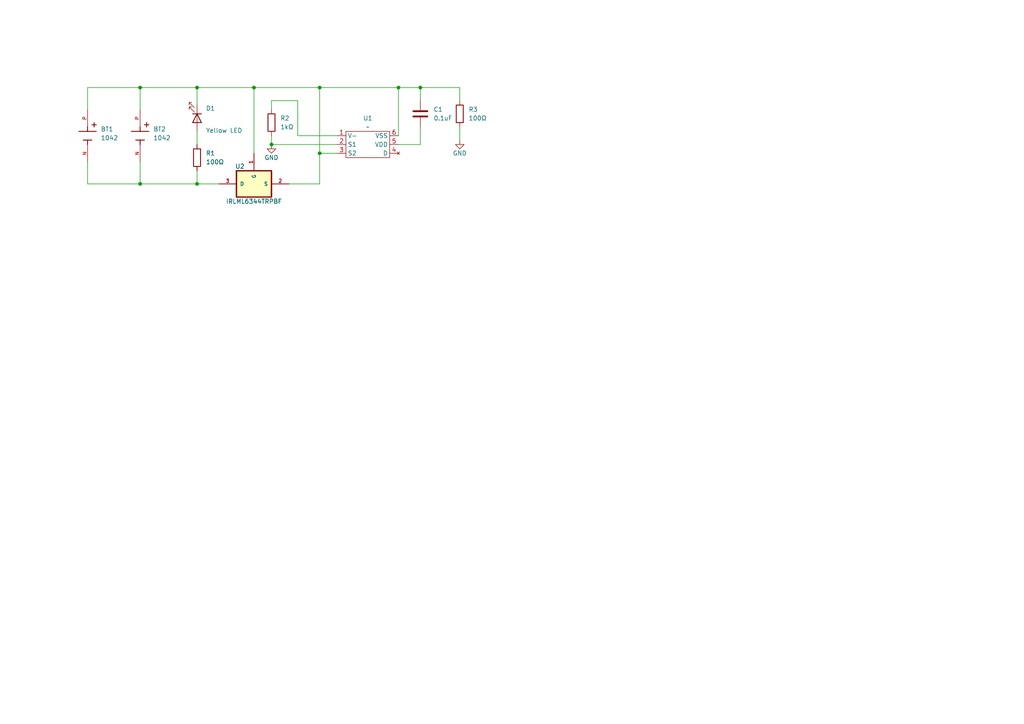
<source format=kicad_sch>
(kicad_sch (version 20231120) (generator "eeschema") (generator_version "8.0")
  (paper "A4")
  (lib_symbols
    (symbol "Battery_Holder_1:1042" (pin_names (offset 1.016))
      (property "Reference" "BT" (at -3.81 3.81 0))
      (property "Value" "1042" (at -3.81 -5.08 0))
      (symbol "1042_0_0"
        (polyline (pts (xy -3.81 1.905) (xy -2.54 1.905)) (stroke (width 0.254)))
        (polyline (pts (xy -3.175 2.54) (xy -3.175 1.27)) (stroke (width 0.254)))
        (polyline (pts (xy -1.27 0) (xy -2.54 0)) (stroke (width 0.254)))
        (polyline (pts (xy -1.27 0) (xy -1.27 -2.54)) (stroke (width 0.254)))
        (polyline (pts (xy -1.27 2.54) (xy -1.27 0)) (stroke (width 0.254)))
        (polyline (pts (xy 1.27 0) (xy 1.27 -1.27)) (stroke (width 0.254)))
        (polyline (pts (xy 1.27 0) (xy 2.54 0)) (stroke (width 0.254)))
        (polyline (pts (xy 1.27 1.27) (xy 1.27 0)) (stroke (width 0.254)))
        (pin passive line (at 7.62 0 180) (length 5.08) (name "~") (number "N"))
        (pin passive line (at -7.62 0 0) (length 5.08) (name "~") (number "P"))
      )
    )
    (symbol "DW06D:DW06D"
      (property "Reference" "U?" (at 0 4.826 0))
      (symbol "DW06D_0_1"
        (rectangle (start -6.35 3.81) (end 6.35 -3.81))
      )
      (symbol "DW06D_1_1"
        (pin passive line (at -8.89 2.54 0) (length 2.54) (name "V-") (number "1"))
        (pin passive line (at -8.89 0 0) (length 2.54) (name "S1") (number "2"))
        (pin passive line (at -8.89 -2.54 0) (length 2.54) (name "S2") (number "3"))
        (pin no_connect line (at 8.89 -2.54 180) (length 2.54) (name "D") (number "4"))
        (pin passive line (at 8.89 0 180) (length 2.54) (name "VDD") (number "5"))
        (pin passive line (at 8.89 2.54 180) (length 2.54) (name "VSS") (number "6"))
      )
    )
    (symbol "Device:C" (pin_numbers hide) (pin_names (offset 0.254))
      (property "Reference" "C" (at 0.635 2.54 0))
      (property "Value" "C" (at 0.635 -2.54 0))
      (symbol "C_0_1"
        (polyline (pts (xy -2.032 -0.762) (xy 2.032 -0.762)) (stroke (width 0.508)))
        (polyline (pts (xy -2.032 0.762) (xy 2.032 0.762)) (stroke (width 0.508)))
      )
      (symbol "C_1_1"
        (pin passive line (at 0 3.81 270) (length 2.794) (name "~") (number "1"))
        (pin passive line (at 0 -3.81 90) (length 2.794) (name "~") (number "2"))
      )
    )
    (symbol "Device:LED" (pin_numbers hide) (pin_names (offset 1.016) hide)
      (property "Reference" "D" (at 0 2.54 0))
      (property "Value" "LED" (at 0 -2.54 0))
      (symbol "LED_0_1"
        (polyline (pts (xy -1.27 -1.27) (xy -1.27 1.27)) (stroke (width 0.254)))
        (polyline (pts (xy -1.27 0) (xy 1.27 0)))
        (polyline (pts (xy 1.27 -1.27) (xy 1.27 1.27) (xy -1.27 0) (xy 1.27 -1.27)) (stroke (width 0.254)))
        (polyline (pts (xy -3.048 -0.762) (xy -4.572 -2.286) (xy -3.81 -2.286) (xy -4.572 -2.286) (xy -4.572 -1.524)))
        (polyline (pts (xy -1.778 -0.762) (xy -3.302 -2.286) (xy -2.54 -2.286) (xy -3.302 -2.286) (xy -3.302 -1.524)))
      )
      (symbol "LED_1_1"
        (pin passive line (at -3.81 0 0) (length 2.54) (name "K") (number "1"))
        (pin passive line (at 3.81 0 180) (length 2.54) (name "A") (number "2"))
      )
    )
    (symbol "Device:R" (pin_numbers hide) (pin_names (offset 0))
      (property "Reference" "R" (at 2.032 0 90))
      (property "Value" "R" (at 0 0 90))
      (symbol "R_0_1"
        (rectangle (start -1.016 -2.54) (end 1.016 2.54) (stroke (width 0.254)))
      )
      (symbol "R_1_1"
        (pin passive line (at 0 3.81 270) (length 1.27) (name "~") (number "1"))
        (pin passive line (at 0 -3.81 90) (length 1.27) (name "~") (number "2"))
      )
    )
    (symbol "IRLML6344TRPBF:IRLML6344TRPBF" (pin_names (offset 1.016))
      (property "Reference" "U2" (at -4.064 5.08 0))
      (property "Value" "IRLML6344TRPBF" (at 0 -5.08 0))
      (symbol "IRLML6344TRPBF_0_0"
        (rectangle (start -5.08 3.81) (end 5.08 -3.81) (stroke (width 0.4064)) (fill (type background)))
        (pin input line (at 0 8.89 270) (length 5.08) (name "G") (number "1"))
        (pin passive line (at 10.16 0 180) (length 5.08) (name "S") (number "2"))
        (pin output line (at -10.16 0 0) (length 5.08) (name "D") (number "3"))
      )
    )
    (symbol "power:GND" (power) (pin_numbers hide) (pin_names (offset 0) hide)
      (property "Value" "GND" (at 0 -3.81 0))
      (symbol "GND_0_1"
        (polyline (pts (xy 0 0) (xy 0 -1.27) (xy 1.27 -1.27) (xy 0 -2.54) (xy -1.27 -1.27) (xy 0 -1.27)))
      )
      (symbol "GND_1_1"
        (pin power_in line (at 0 0 270) (length 0) (name "~") (number "1"))
      )
    )
  )
  (junction (at 115.57 25.4))
  (junction (at 73.66 25.4))
  (junction (at 92.71 44.45))
  (junction (at 78.74 41.91))
  (junction (at 121.92 25.4))
  (junction (at 92.71 25.4))
  (junction (at 57.15 53.34))
  (junction (at 57.15 25.4))
  (junction (at 40.64 25.4))
  (junction (at 40.64 53.34))
  (wire (pts (xy 97.79 44.45) (xy 92.71 44.45)))
  (wire (pts (xy 121.92 29.21) (xy 121.92 25.4)))
  (wire (pts (xy 92.71 44.45) (xy 92.71 25.4)))
  (wire (pts (xy 115.57 25.4) (xy 121.92 25.4)))
  (wire (pts (xy 57.15 53.34) (xy 63.5 53.34)))
  (wire (pts (xy 57.15 38.1) (xy 57.15 41.91)))
  (wire (pts (xy 40.64 46.99) (xy 40.64 53.34)))
  (wire (pts (xy 57.15 25.4) (xy 73.66 25.4)))
  (wire (pts (xy 83.82 53.34) (xy 92.71 53.34)))
  (wire (pts (xy 25.4 53.34) (xy 40.64 53.34)))
  (wire (pts (xy 78.74 31.75) (xy 78.74 29.21)))
  (wire (pts (xy 40.64 25.4) (xy 40.64 31.75)))
  (wire (pts (xy 78.74 29.21) (xy 86.36 29.21)))
  (wire (pts (xy 40.64 53.34) (xy 57.15 53.34)))
  (wire (pts (xy 73.66 44.45) (xy 73.66 25.4)))
  (wire (pts (xy 133.35 25.4) (xy 133.35 29.21)))
  (wire (pts (xy 121.92 41.91) (xy 121.92 36.83)))
  (wire (pts (xy 115.57 41.91) (xy 121.92 41.91)))
  (wire (pts (xy 40.64 25.4) (xy 57.15 25.4)))
  (wire (pts (xy 86.36 29.21) (xy 86.36 39.37)))
  (wire (pts (xy 57.15 30.48) (xy 57.15 25.4)))
  (wire (pts (xy 57.15 49.53) (xy 57.15 53.34)))
  (wire (pts (xy 25.4 25.4) (xy 40.64 25.4)))
  (wire (pts (xy 86.36 39.37) (xy 97.79 39.37)))
  (wire (pts (xy 133.35 36.83) (xy 133.35 40.64)))
  (wire (pts (xy 115.57 39.37) (xy 115.57 25.4)))
  (wire (pts (xy 121.92 25.4) (xy 133.35 25.4)))
  (wire (pts (xy 73.66 25.4) (xy 92.71 25.4)))
  (wire (pts (xy 78.74 41.91) (xy 97.79 41.91)))
  (wire (pts (xy 92.71 25.4) (xy 115.57 25.4)))
  (wire (pts (xy 25.4 46.99) (xy 25.4 53.34)))
  (wire (pts (xy 25.4 31.75) (xy 25.4 25.4)))
  (wire (pts (xy 78.74 39.37) (xy 78.74 41.91)))
  (wire (pts (xy 92.71 53.34) (xy 92.71 44.45)))
  (symbol (lib_id "Device:R") (at 133.35 33.02 0) (unit 1)
    (property "Reference" "R3" (at 135.89 31.7499 0) (effects (justify left)))
    (property "Value" "100Ω" (at 135.89 34.2899 0) (effects (justify left)))
    (property "Footprint" "Resistor_SMD:R_0805_2012Metric_Pad1.20x1.40mm_HandSolder" (effects (hide yes)))
    (property "Description" "Resistor" (effects (hide yes)))
  )
  (symbol (lib_id "Device:R") (at 57.15 45.72 0) (unit 1)
    (property "Reference" "R1" (at 59.69 44.4499 0) (effects (justify left)))
    (property "Value" "100Ω" (at 59.69 46.9899 0) (effects (justify left)))
    (property "Footprint" "Resistor_SMD:R_0805_2012Metric_Pad1.20x1.40mm_HandSolder" (effects (hide yes)))
    (property "Description" "Resistor" (effects (hide yes)))
  )
  (symbol (lib_id "DW06D:DW06D") (at 106.68 41.91 0) (unit 1)
    (property "Reference" "U1" (at 106.68 34.29 0))
    (property "Value" "~" (at 106.68 36.83 0))
    (property "Footprint" "DW06D:SOT-23-6_L2.9-W1.6-P0.95-LS2.8-BR" (effects (hide yes)))
  )
  (symbol (lib_id "Device:C") (at 121.92 33.02 0) (unit 1)
    (property "Reference" "C1" (at 125.73 31.7499 0) (effects (justify left)))
    (property "Value" "0.1uF" (at 125.73 34.2899 0) (effects (justify left)))
    (property "Footprint" "Capacitor_SMD:C_0805_2012Metric_Pad1.18x1.45mm_HandSolder" (effects (hide yes)))
    (property "Description" "Unpolarized capacitor" (effects (hide yes)))
  )
  (symbol (lib_id "Device:LED") (at 57.15 34.29 270) (unit 1)
    (property "Reference" "D1" (at 59.69 31.4324 90) (effects (justify left)))
    (property "Value" "Yellow LED" (at 59.69 37.846 90) (effects (justify left)))
    (property "Footprint" "LED_SMD:LED_0805_2012Metric_Pad1.15x1.40mm_HandSolder" (effects (hide yes)))
    (property "Description" "Light emitting diode" (effects (hide yes)))
  )
  (symbol (lib_id "power:GND") (at 133.35 40.64 0) (unit 1)
    (property "Reference" "#PWR02" (effects (hide yes)))
    (property "Value" "GND" (at 133.35 44.45 0))
    (property "Description" "Power symbol creates a global label with name \"GND\" , ground" (effects (hide yes)))
  )
  (symbol (lib_id "Device:R") (at 78.74 35.56 0) (unit 1)
    (property "Reference" "R2" (at 81.28 34.2899 0) (effects (justify left)))
    (property "Value" "1kΩ" (at 81.28 36.8299 0) (effects (justify left)))
    (property "Footprint" "Resistor_SMD:R_0805_2012Metric_Pad1.20x1.40mm_HandSolder" (effects (hide yes)))
    (property "Description" "Resistor" (effects (hide yes)))
  )
  (symbol (lib_id "IRLML6344TRPBF:IRLML6344TRPBF") (at 73.66 53.34 0) (unit 1)
    (property "Reference" "U2" (at 69.596 48.26 0))
    (property "Value" "IRLML6344TRPBF" (at 73.66 58.42 0))
    (property "Footprint" "IRLML6344TRPBF:SOT95P240X112-3N" (effects (hide yes)))
    (property "MF" "Infineon" (effects (hide yes)))
    (property "Description_1" "\nIRLML6344TRPBF N-channel MOSFET Transistor, 5 A, 30 V, 3-Pin SOT-23 | Infineon IRLML6344TRPBF\n" (effects (hide yes)))
    (property "PACKAGE" "SOT-23-3" (effects (hide yes)))
    (property "MPN" "IRLML6344TRPBF" (effects (hide yes)))
    (property "Price" "None" (effects (hide yes)))
    (property "Package" "SOT-23-3 ON Semiconductor" (effects (hide yes)))
    (property "OC_FARNELL" "1857299" (effects (hide yes)))
    (property "SnapEDA_Link" "https://www.snapeda.com/parts/IRLML6344TRPBF/Infineon+Technologies/view-part/?ref=snap" (effects (hide yes)))
    (property "MP" "IRLML6344TRPBF" (effects (hide yes)))
    (property "Purchase-URL" "https://www.snapeda.com/api/url_track_click_mouser/?unipart_id=190224&manufacturer=Infineon&part_name=IRLML6344TRPBF&search_term=irlml6344trpbf" (effects (hide yes)))
    (property "SUPPLIER" "INTERNATIONAL RECTIFIER" (effects (hide yes)))
    (property "OC_NEWARK" "25T5501" (effects (hide yes)))
    (property "Availability" "In Stock" (effects (hide yes)))
    (property "Check_prices" "https://www.snapeda.com/parts/IRLML6344TRPBF/Infineon+Technologies/view-part/?ref=eda" (effects (hide yes)))
  )
  (symbol (lib_id "Battery_Holder_1:1042") (at 40.64 39.37 270) (unit 1)
    (property "Reference" "BT2" (at 44.45 37.4649 90) (effects (justify left)))
    (property "Value" "1042" (at 44.45 40.0049 90) (effects (justify left)))
    (property "Footprint" "Battery_Holder_1:BAT_1042" (effects (hide yes)))
    (property "MF" "Keystone Electronics Corp." (effects (hide yes)))
    (property "MAXIMUM_PACKAGE_HEIGHT" "15.11mm" (effects (hide yes)))
    (property "Package" "NON STANDARD-5 Keystone" (effects (hide yes)))
    (property "Price" "None" (effects (hide yes)))
    (property "Check_prices" "https://www.snapeda.com/parts/1042/Keystone+Electronics/view-part/?ref=eda" (effects (hide yes)))
    (property "STANDARD" "Manufacturer Recommendations" (effects (hide yes)))
    (property "PARTREV" "E" (effects (hide yes)))
    (property "SnapEDA_Link" "https://www.snapeda.com/parts/1042/Keystone+Electronics/view-part/?ref=snap" (effects (hide yes)))
    (property "MP" "1042" (effects (hide yes)))
    (property "Purchase-URL" "https://www.snapeda.com/api/url_track_click_mouser/?unipart_id=5138169&manufacturer=Keystone Electronics Corp.&part_name=1042&search_term=smt holder for 18650 battery" (effects (hide yes)))
    (property "Description_1" "\nSMT Holder for 18650 Battery\n" (effects (hide yes)))
    (property "SNAPEDA_PN" "1042" (effects (hide yes)))
    (property "Availability" "In Stock" (effects (hide yes)))
    (property "MANUFACTURER" "Keystone" (effects (hide yes)))
  )
  (symbol (lib_id "Battery_Holder_1:1042") (at 25.4 39.37 270) (unit 1)
    (property "Reference" "BT1" (at 29.21 37.4649 90) (effects (justify left)))
    (property "Value" "1042" (at 29.21 40.0049 90) (effects (justify left)))
    (property "Footprint" "Battery_Holder_1:BAT_1042" (effects (hide yes)))
    (property "MF" "Keystone Electronics Corp." (effects (hide yes)))
    (property "MAXIMUM_PACKAGE_HEIGHT" "15.11mm" (effects (hide yes)))
    (property "Package" "NON STANDARD-5 Keystone" (effects (hide yes)))
    (property "Price" "None" (effects (hide yes)))
    (property "Check_prices" "https://www.snapeda.com/parts/1042/Keystone+Electronics/view-part/?ref=eda" (effects (hide yes)))
    (property "STANDARD" "Manufacturer Recommendations" (effects (hide yes)))
    (property "PARTREV" "E" (effects (hide yes)))
    (property "SnapEDA_Link" "https://www.snapeda.com/parts/1042/Keystone+Electronics/view-part/?ref=snap" (effects (hide yes)))
    (property "MP" "1042" (effects (hide yes)))
    (property "Purchase-URL" "https://www.snapeda.com/api/url_track_click_mouser/?unipart_id=5138169&manufacturer=Keystone Electronics Corp.&part_name=1042&search_term=smt holder for 18650 battery" (effects (hide yes)))
    (property "Description_1" "\nSMT Holder for 18650 Battery\n" (effects (hide yes)))
    (property "SNAPEDA_PN" "1042" (effects (hide yes)))
    (property "Availability" "In Stock" (effects (hide yes)))
    (property "MANUFACTURER" "Keystone" (effects (hide yes)))
  )
  (symbol (lib_id "power:GND") (at 78.74 41.91 0) (unit 1)
    (property "Reference" "#PWR01" (effects (hide yes)))
    (property "Value" "GND" (at 78.74 45.72 0))
    (property "Description" "Power symbol creates a global label with name \"GND\" , ground" (effects (hide yes)))
  )
)
</source>
